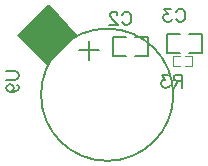
<source format=gbo>
G04 ---------------------------- Layer name :BOTTOM SILK LAYER*
G04 EasyEDA v5.6.10, Tue, 17 Jul 2018 20:10:34 GMT*
G04 41f5d608da314f4496c1683ca2e9a323*
G04 Gerber Generator version 0.2*
G04 Scale: 100 percent, Rotated: No, Reflected: No *
G04 Dimensions in millimeters *
G04 leading zeros omitted , absolute positions ,3 integer and 3 decimal *
%FSLAX33Y33*%
%MOMM*%
G90*
G71D02*

%ADD20C,0.101600*%
%ADD21C,0.200000*%
%ADD22C,0.203200*%
%ADD23C,0.177800*%

%LPD*%
G54D21*
G01X10052Y10706D02*
G01X8952Y10706D01*
G01X8952Y9105D01*
G01X10052Y9105D01*
G01X10852Y10706D02*
G01X11952Y10706D01*
G01X11952Y9706D01*
G01X11952Y9105D01*
G01X10852Y9105D01*
G01X14624Y10960D02*
G01X13524Y10960D01*
G01X13524Y9359D01*
G01X14624Y9359D01*
G01X15424Y10960D02*
G01X16524Y10960D01*
G01X16524Y9960D01*
G01X16524Y9359D01*
G01X15424Y9359D01*
G54D20*
G01X14630Y8204D02*
G01X13995Y8204D01*
G01X13995Y9067D01*
G01X14528Y9067D01*
G01X14630Y9067D01*
G01X15011Y9067D02*
G01X15621Y9067D01*
G01X15621Y8204D01*
G01X15087Y8204D01*
G01X15011Y8204D01*
G54D23*
G01X9710Y12555D02*
G01X9763Y12659D01*
G01X9867Y12763D01*
G01X9969Y12814D01*
G01X10177Y12814D01*
G01X10281Y12763D01*
G01X10386Y12659D01*
G01X10439Y12555D01*
G01X10490Y12400D01*
G01X10490Y12141D01*
G01X10439Y11983D01*
G01X10386Y11879D01*
G01X10281Y11775D01*
G01X10177Y11724D01*
G01X9969Y11724D01*
G01X9867Y11775D01*
G01X9763Y11879D01*
G01X9710Y11983D01*
G01X9316Y12555D02*
G01X9316Y12608D01*
G01X9263Y12712D01*
G01X9212Y12763D01*
G01X9108Y12814D01*
G01X8900Y12814D01*
G01X8796Y12763D01*
G01X8745Y12712D01*
G01X8691Y12608D01*
G01X8691Y12504D01*
G01X8745Y12400D01*
G01X8849Y12242D01*
G01X9367Y11724D01*
G01X8641Y11724D01*
G01X14282Y12809D02*
G01X14335Y12913D01*
G01X14439Y13017D01*
G01X14541Y13068D01*
G01X14749Y13068D01*
G01X14853Y13017D01*
G01X14958Y12913D01*
G01X15011Y12809D01*
G01X15062Y12654D01*
G01X15062Y12395D01*
G01X15011Y12237D01*
G01X14958Y12133D01*
G01X14853Y12029D01*
G01X14749Y11978D01*
G01X14541Y11978D01*
G01X14439Y12029D01*
G01X14335Y12133D01*
G01X14282Y12237D01*
G01X13835Y13068D02*
G01X13263Y13068D01*
G01X13576Y12654D01*
G01X13421Y12654D01*
G01X13317Y12600D01*
G01X13263Y12550D01*
G01X13213Y12395D01*
G01X13213Y12291D01*
G01X13263Y12133D01*
G01X13368Y12029D01*
G01X13525Y11978D01*
G01X13680Y11978D01*
G01X13835Y12029D01*
G01X13888Y12082D01*
G01X13939Y12186D01*
G01X14808Y7480D02*
G01X14808Y6390D01*
G01X14808Y7480D02*
G01X14340Y7480D01*
G01X14185Y7429D01*
G01X14132Y7378D01*
G01X14081Y7274D01*
G01X14081Y7170D01*
G01X14132Y7066D01*
G01X14185Y7012D01*
G01X14340Y6962D01*
G01X14808Y6962D01*
G01X14444Y6962D02*
G01X14081Y6390D01*
G01X13634Y7480D02*
G01X13063Y7480D01*
G01X13373Y7066D01*
G01X13218Y7066D01*
G01X13114Y7012D01*
G01X13063Y6962D01*
G01X13009Y6807D01*
G01X13009Y6703D01*
G01X13063Y6545D01*
G01X13167Y6441D01*
G01X13322Y6390D01*
G01X13477Y6390D01*
G01X13634Y6441D01*
G01X13685Y6494D01*
G01X13738Y6598D01*
G01X-106Y7769D02*
G01X673Y7769D01*
G01X828Y7719D01*
G01X934Y7614D01*
G01X985Y7457D01*
G01X985Y7353D01*
G01X934Y7198D01*
G01X828Y7094D01*
G01X673Y7043D01*
G01X-106Y7043D01*
G01X256Y6024D02*
G01X414Y6075D01*
G01X518Y6179D01*
G01X571Y6334D01*
G01X571Y6388D01*
G01X518Y6543D01*
G01X414Y6647D01*
G01X256Y6700D01*
G01X205Y6700D01*
G01X53Y6647D01*
G01X-53Y6543D01*
G01X-106Y6388D01*
G01X-106Y6334D01*
G01X-53Y6179D01*
G01X53Y6075D01*
G01X256Y6024D01*
G01X518Y6024D01*
G01X777Y6075D01*
G01X934Y6179D01*
G01X985Y6334D01*
G01X985Y6438D01*
G01X934Y6596D01*
G01X828Y6647D01*
G54D22*
G01X6103Y9545D02*
G01X7764Y9545D01*
G01X6934Y10375D02*
G01X6934Y8712D01*
G54D21*
G75*
G01X14058Y5802D02*
G03X14058Y5802I-5600J0D01*
G01*

%LPD*%
G36*
G01X3632Y13423D02*
G01X5918Y10883D01*
G01X3378Y8343D01*
G01X838Y10883D01*
G01X3378Y13423D01*
G01X3632Y13423D01*
G37*
M00*
M02*

</source>
